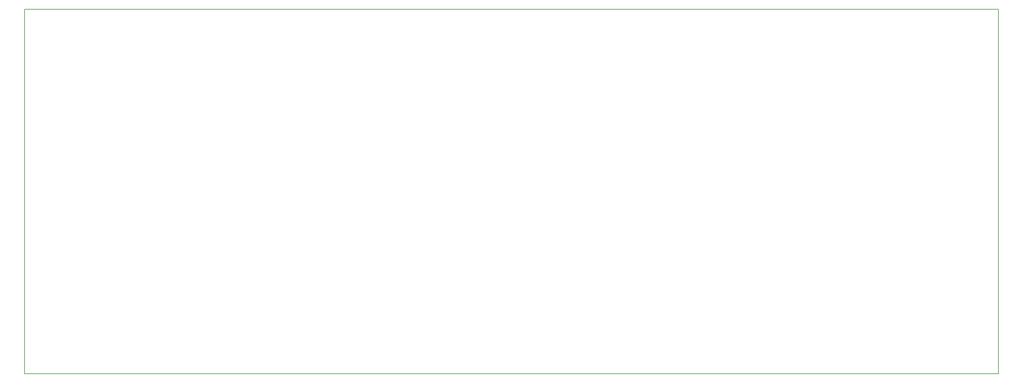
<source format=gbr>
G04 #@! TF.GenerationSoftware,KiCad,Pcbnew,5.0.0-rc2-unknown-f785d27~65~ubuntu16.04.1*
G04 #@! TF.CreationDate,2018-08-02T21:07:42-05:00*
G04 #@! TF.ProjectId,keebee,6B65656265652E6B696361645F706362,rev?*
G04 #@! TF.SameCoordinates,Original*
G04 #@! TF.FileFunction,Profile,NP*
%FSLAX46Y46*%
G04 Gerber Fmt 4.6, Leading zero omitted, Abs format (unit mm)*
G04 Created by KiCad (PCBNEW 5.0.0-rc2-unknown-f785d27~65~ubuntu16.04.1) date Thu Aug  2 21:07:42 2018*
%MOMM*%
%LPD*%
G01*
G04 APERTURE LIST*
%ADD10C,0.150000*%
G04 APERTURE END LIST*
D10*
X301500000Y-20500000D02*
X301500000Y-123500000D01*
X26500000Y-123500000D02*
X301500000Y-123500000D01*
X26500000Y-20500000D02*
X301500000Y-20500000D01*
X26500000Y-20500000D02*
X26500000Y-123500000D01*
M02*

</source>
